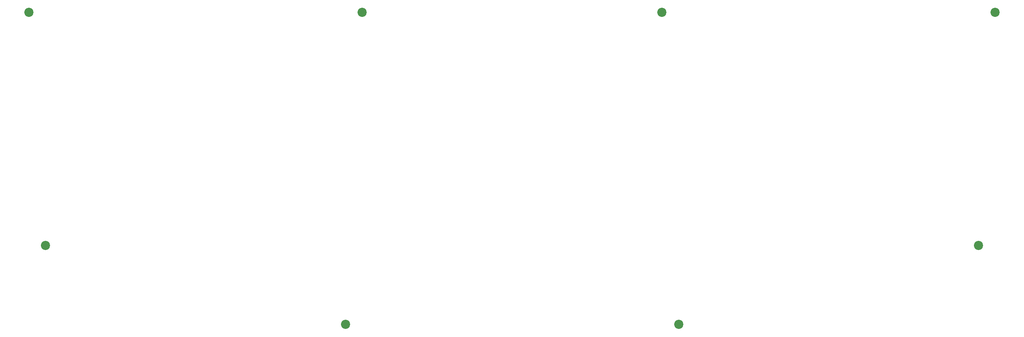
<source format=gbs>
G04 #@! TF.GenerationSoftware,KiCad,Pcbnew,8.0.4*
G04 #@! TF.CreationDate,2024-09-08T19:46:39+09:00*
G04 #@! TF.ProjectId,first_keyboard,66697273-745f-46b6-9579-626f6172642e,rev?*
G04 #@! TF.SameCoordinates,Original*
G04 #@! TF.FileFunction,Soldermask,Bot*
G04 #@! TF.FilePolarity,Negative*
%FSLAX46Y46*%
G04 Gerber Fmt 4.6, Leading zero omitted, Abs format (unit mm)*
G04 Created by KiCad (PCBNEW 8.0.4) date 2024-09-08 19:46:39*
%MOMM*%
%LPD*%
G01*
G04 APERTURE LIST*
%ADD10C,2.200000*%
G04 APERTURE END LIST*
D10*
X86456250Y-117025000D03*
X162456250Y-192025000D03*
X318456250Y-117025000D03*
X238456250Y-117025000D03*
X90456250Y-173025000D03*
X242456250Y-192025000D03*
X166456250Y-117025000D03*
X314456250Y-173025000D03*
M02*

</source>
